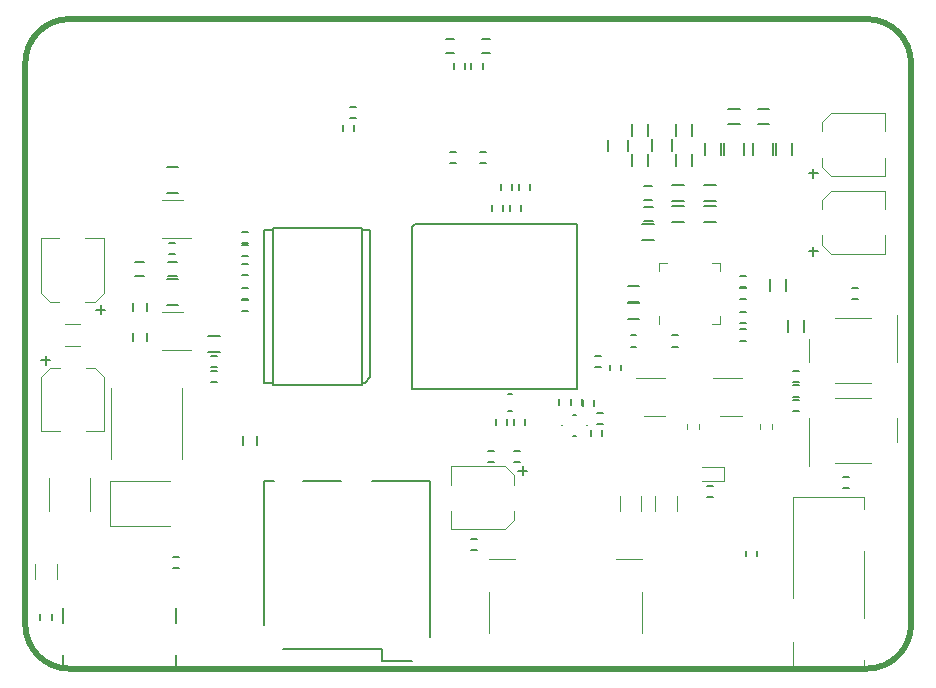
<source format=gbr>
%TF.GenerationSoftware,KiCad,Pcbnew,(5.1.10-1-10_14)*%
%TF.CreationDate,2021-07-27T15:44:47+02:00*%
%TF.ProjectId,EX-PCB-10108-001,45582d50-4342-42d3-9130-3130382d3030,A*%
%TF.SameCoordinates,Original*%
%TF.FileFunction,Legend,Top*%
%TF.FilePolarity,Positive*%
%FSLAX46Y46*%
G04 Gerber Fmt 4.6, Leading zero omitted, Abs format (unit mm)*
G04 Created by KiCad (PCBNEW (5.1.10-1-10_14)) date 2021-07-27 15:44:47*
%MOMM*%
%LPD*%
G01*
G04 APERTURE LIST*
%TA.AperFunction,Profile*%
%ADD10C,0.500000*%
%TD*%
%ADD11C,0.200000*%
%ADD12C,0.150000*%
%ADD13C,0.120000*%
%ADD14C,0.100000*%
G04 APERTURE END LIST*
D10*
X117700000Y-81500000D02*
G75*
G02*
X121450000Y-85250000I0J-3750000D01*
G01*
X46450000Y-85250000D02*
G75*
G02*
X50200000Y-81500000I3750000J0D01*
G01*
X50200000Y-136500000D02*
G75*
G02*
X46450000Y-132750000I0J3750000D01*
G01*
X121450000Y-132750000D02*
G75*
G02*
X117700000Y-136500000I-3750000J0D01*
G01*
X46450000Y-85250000D02*
X46450000Y-132750000D01*
X117700000Y-136500000D02*
X50200000Y-136500000D01*
X117700000Y-81500000D02*
X50200000Y-81500000D01*
X121450000Y-85250000D02*
X121450000Y-132750000D01*
D11*
X59240000Y-131350000D02*
X59240000Y-132600000D01*
X49660000Y-131350000D02*
X49660000Y-132600000D01*
X59240000Y-136600000D02*
X59240000Y-135320000D01*
X49660000Y-136600000D02*
X59240000Y-136600000D01*
X49660000Y-135320000D02*
X49660000Y-136600000D01*
D12*
X91875000Y-115900000D02*
X91875000Y-115900000D01*
X93050000Y-116800000D02*
X92850000Y-116800000D01*
X94025000Y-115900000D02*
X94025000Y-115900000D01*
X92850000Y-115000000D02*
X93050000Y-115000000D01*
X93675000Y-113750000D02*
X93675000Y-114250000D01*
X94625000Y-114250000D02*
X94625000Y-113750000D01*
X91675000Y-113650000D02*
X91675000Y-114150000D01*
X92625000Y-114150000D02*
X92625000Y-113650000D01*
X64800000Y-100475000D02*
X65300000Y-100475000D01*
X65300000Y-99525000D02*
X64800000Y-99525000D01*
X64800000Y-101575000D02*
X65300000Y-101575000D01*
X65300000Y-100625000D02*
X64800000Y-100625000D01*
X85600000Y-119025000D02*
X86100000Y-119025000D01*
X86100000Y-118075000D02*
X85600000Y-118075000D01*
X88300000Y-118075000D02*
X87800000Y-118075000D01*
X87800000Y-119025000D02*
X88300000Y-119025000D01*
X110875000Y-103500000D02*
X110875000Y-104500000D01*
X109525000Y-104500000D02*
X109525000Y-103500000D01*
X95200000Y-110025000D02*
X94700000Y-110025000D01*
X94700000Y-110975000D02*
X95200000Y-110975000D01*
X95975000Y-110750000D02*
X95975000Y-111250000D01*
X96925000Y-111250000D02*
X96925000Y-110750000D01*
X98200000Y-108275000D02*
X97700000Y-108275000D01*
X97700000Y-109225000D02*
X98200000Y-109225000D01*
X101200000Y-109225000D02*
X101700000Y-109225000D01*
X101700000Y-108275000D02*
X101200000Y-108275000D01*
X115700000Y-121225000D02*
X116200000Y-121225000D01*
X116200000Y-120275000D02*
X115700000Y-120275000D01*
X111950000Y-113775000D02*
X111450000Y-113775000D01*
X111450000Y-114725000D02*
X111950000Y-114725000D01*
X111450000Y-112225000D02*
X111950000Y-112225000D01*
X111950000Y-111275000D02*
X111450000Y-111275000D01*
X116950000Y-104275000D02*
X116450000Y-104275000D01*
X116450000Y-105225000D02*
X116950000Y-105225000D01*
X111950000Y-112525000D02*
X111450000Y-112525000D01*
X111450000Y-113475000D02*
X111950000Y-113475000D01*
X74325000Y-90950000D02*
X74325000Y-90450000D01*
X73375000Y-90450000D02*
X73375000Y-90950000D01*
D11*
X76640000Y-134850000D02*
X68250000Y-134850000D01*
X76640000Y-135850000D02*
X76640000Y-134850000D01*
X79160000Y-135850000D02*
X76640000Y-135850000D01*
X66700000Y-120650000D02*
X66700000Y-132810000D01*
X67490000Y-120650000D02*
X66700000Y-120650000D01*
X73170000Y-120650000D02*
X70000000Y-120650000D01*
X80700000Y-120650000D02*
X75770000Y-120650000D01*
X80700000Y-133800000D02*
X80700000Y-120650000D01*
D12*
X85450000Y-92775000D02*
X84950000Y-92775000D01*
X84950000Y-93725000D02*
X85450000Y-93725000D01*
X82450000Y-93725000D02*
X82950000Y-93725000D01*
X82950000Y-92775000D02*
X82450000Y-92775000D01*
X88225000Y-95500000D02*
X88225000Y-96000000D01*
X89175000Y-96000000D02*
X89175000Y-95500000D01*
X87475000Y-97250000D02*
X87475000Y-97750000D01*
X88425000Y-97750000D02*
X88425000Y-97250000D01*
X86725000Y-95500000D02*
X86725000Y-96000000D01*
X87675000Y-96000000D02*
X87675000Y-95500000D01*
X85975000Y-97250000D02*
X85975000Y-97750000D01*
X86925000Y-97750000D02*
X86925000Y-97250000D01*
X97450000Y-104075000D02*
X98450000Y-104075000D01*
X98450000Y-105425000D02*
X97450000Y-105425000D01*
X97450000Y-105575000D02*
X98450000Y-105575000D01*
X98450000Y-106925000D02*
X97450000Y-106925000D01*
X74450000Y-88925000D02*
X73950000Y-88925000D01*
X73950000Y-89875000D02*
X74450000Y-89875000D01*
X106950000Y-105225000D02*
X107450000Y-105225000D01*
X107450000Y-104275000D02*
X106950000Y-104275000D01*
X106950000Y-104225000D02*
X107450000Y-104225000D01*
X107450000Y-103275000D02*
X106950000Y-103275000D01*
X107450000Y-107775000D02*
X106950000Y-107775000D01*
X106950000Y-108725000D02*
X107450000Y-108725000D01*
X107450000Y-106275000D02*
X106950000Y-106275000D01*
X106950000Y-107225000D02*
X107450000Y-107225000D01*
D13*
X100090000Y-106635000D02*
X100090000Y-107360000D01*
X105310000Y-102140000D02*
X104585000Y-102140000D01*
X105310000Y-102865000D02*
X105310000Y-102140000D01*
X105310000Y-107360000D02*
X104585000Y-107360000D01*
X105310000Y-106635000D02*
X105310000Y-107360000D01*
X100090000Y-102140000D02*
X100815000Y-102140000D01*
X100090000Y-102865000D02*
X100090000Y-102140000D01*
X98800000Y-115110000D02*
X100600000Y-115110000D01*
X100600000Y-111890000D02*
X98150000Y-111890000D01*
X105300000Y-115110000D02*
X107100000Y-115110000D01*
X107100000Y-111890000D02*
X104650000Y-111890000D01*
D12*
X84225000Y-85250000D02*
X84225000Y-85750000D01*
X85175000Y-85750000D02*
X85175000Y-85250000D01*
X83675000Y-85750000D02*
X83675000Y-85250000D01*
X82725000Y-85250000D02*
X82725000Y-85750000D01*
X99700000Y-100175000D02*
X98700000Y-100175000D01*
X98700000Y-98825000D02*
X99700000Y-98825000D01*
X104950000Y-96925000D02*
X103950000Y-96925000D01*
X103950000Y-95575000D02*
X104950000Y-95575000D01*
X101200000Y-95575000D02*
X102200000Y-95575000D01*
X102200000Y-96925000D02*
X101200000Y-96925000D01*
X101200000Y-97325000D02*
X102200000Y-97325000D01*
X102200000Y-98675000D02*
X101200000Y-98675000D01*
X103950000Y-97325000D02*
X104950000Y-97325000D01*
X104950000Y-98675000D02*
X103950000Y-98675000D01*
X112375000Y-107000000D02*
X112375000Y-108000000D01*
X111025000Y-108000000D02*
X111025000Y-107000000D01*
X106950000Y-90425000D02*
X105950000Y-90425000D01*
X105950000Y-89075000D02*
X106950000Y-89075000D01*
X109450000Y-90425000D02*
X108450000Y-90425000D01*
X108450000Y-89075000D02*
X109450000Y-89075000D01*
X110025000Y-93000000D02*
X110025000Y-92000000D01*
X111375000Y-92000000D02*
X111375000Y-93000000D01*
X104025000Y-93000000D02*
X104025000Y-92000000D01*
X105375000Y-92000000D02*
X105375000Y-93000000D01*
X97825000Y-93900000D02*
X97825000Y-92900000D01*
X99175000Y-92900000D02*
X99175000Y-93900000D01*
X97825000Y-91400000D02*
X97825000Y-90400000D01*
X99175000Y-90400000D02*
X99175000Y-91400000D01*
X101525000Y-93900000D02*
X101525000Y-92900000D01*
X102875000Y-92900000D02*
X102875000Y-93900000D01*
X101525000Y-91400000D02*
X101525000Y-90400000D01*
X102875000Y-90400000D02*
X102875000Y-91400000D01*
X104700000Y-121025000D02*
X104200000Y-121025000D01*
X104200000Y-121975000D02*
X104700000Y-121975000D01*
X62950000Y-109675000D02*
X61950000Y-109675000D01*
X61950000Y-108325000D02*
X62950000Y-108325000D01*
D13*
X102440000Y-115780000D02*
X102440000Y-116220000D01*
X103460000Y-115780000D02*
X103460000Y-116220000D01*
X108690000Y-115780000D02*
X108690000Y-116220000D01*
X109710000Y-115780000D02*
X109710000Y-116220000D01*
D14*
X96790000Y-121850000D02*
X96790000Y-123150000D01*
X98610000Y-121850000D02*
X98610000Y-123150000D01*
D13*
X103750000Y-119400000D02*
X105600000Y-119400000D01*
X103750000Y-120600000D02*
X105600000Y-120600000D01*
X105600000Y-120600000D02*
X105600000Y-119400000D01*
D12*
X82075000Y-83150000D02*
X82775000Y-83150000D01*
X82775000Y-84350000D02*
X82075000Y-84350000D01*
X85825000Y-84350000D02*
X85125000Y-84350000D01*
X85125000Y-83150000D02*
X85825000Y-83150000D01*
X108425000Y-127000000D02*
X108425000Y-126500000D01*
X107475000Y-126500000D02*
X107475000Y-127000000D01*
X59450000Y-127025000D02*
X58950000Y-127025000D01*
X58950000Y-127975000D02*
X59450000Y-127975000D01*
X98825000Y-95650000D02*
X99525000Y-95650000D01*
X99525000Y-96850000D02*
X98825000Y-96850000D01*
X99575000Y-98600000D02*
X98875000Y-98600000D01*
X98875000Y-97400000D02*
X99575000Y-97400000D01*
X105600000Y-92000000D02*
X105600000Y-93000000D01*
X107300000Y-93000000D02*
X107300000Y-92000000D01*
X108100000Y-92000000D02*
X108100000Y-93000000D01*
X109800000Y-93000000D02*
X109800000Y-92000000D01*
X97500000Y-92700000D02*
X97500000Y-91700000D01*
X95800000Y-91700000D02*
X95800000Y-92700000D01*
X101200000Y-92650000D02*
X101200000Y-91650000D01*
X99500000Y-91650000D02*
X99500000Y-92650000D01*
X84200000Y-126475000D02*
X84700000Y-126475000D01*
X84700000Y-125525000D02*
X84200000Y-125525000D01*
D13*
X87110000Y-119360000D02*
X82530000Y-119360000D01*
X87870000Y-120120000D02*
X87110000Y-119360000D01*
X87110000Y-124690000D02*
X87870000Y-123930000D01*
X82530000Y-124690000D02*
X87110000Y-124690000D01*
X87870000Y-123930000D02*
X87870000Y-123140000D01*
X87870000Y-120120000D02*
X87870000Y-120910000D01*
X82530000Y-119360000D02*
X82530000Y-120910000D01*
X82530000Y-124690000D02*
X82530000Y-123140000D01*
D14*
X117450000Y-122000000D02*
X117450000Y-123000000D01*
X111450000Y-122000000D02*
X117450000Y-122000000D01*
X111450000Y-130500000D02*
X111450000Y-122000000D01*
X111450000Y-136500000D02*
X117450000Y-136500000D01*
X111450000Y-136500000D02*
X111450000Y-134250000D01*
X117450000Y-126500000D02*
X117450000Y-132250000D01*
X117450000Y-135750000D02*
X117450000Y-136500000D01*
X98700000Y-133500000D02*
X98700000Y-130000000D01*
X98700000Y-127250000D02*
X96450000Y-127250000D01*
X87950000Y-127250000D02*
X85700000Y-127250000D01*
X85700000Y-130000000D02*
X85700000Y-133500000D01*
D12*
X79180000Y-99130000D02*
X79480000Y-98830000D01*
X79180000Y-112830000D02*
X93180000Y-112830000D01*
X79180000Y-99130000D02*
X79180000Y-112830000D01*
X93180000Y-98830000D02*
X79480000Y-98830000D01*
X93180000Y-112830000D02*
X93180000Y-98830000D01*
D14*
X118050000Y-113550000D02*
X115050000Y-113550000D01*
X120300000Y-115300000D02*
X120300000Y-117300000D01*
X112800000Y-115300000D02*
X112800000Y-119300000D01*
X118050000Y-119050000D02*
X115050000Y-119050000D01*
X115050000Y-112300000D02*
X118050000Y-112300000D01*
X112800000Y-110550000D02*
X112800000Y-108550000D01*
X120300000Y-110550000D02*
X120300000Y-106550000D01*
X115050000Y-106800000D02*
X118050000Y-106800000D01*
D12*
X47725000Y-131875000D02*
X47725000Y-132375000D01*
X48675000Y-132375000D02*
X48675000Y-131875000D01*
D13*
X59700000Y-118750000D02*
X59700000Y-112750000D01*
X53700000Y-118750000D02*
X53700000Y-112750000D01*
D14*
X101610000Y-123150000D02*
X101610000Y-121850000D01*
X99790000Y-123150000D02*
X99790000Y-121850000D01*
X49800000Y-109160000D02*
X51100000Y-109160000D01*
X49800000Y-107340000D02*
X51100000Y-107340000D01*
D13*
X48490000Y-120363748D02*
X48490000Y-123136252D01*
X51910000Y-120363748D02*
X51910000Y-123136252D01*
D14*
X53650000Y-120600000D02*
X58700000Y-120600000D01*
X53650000Y-124400000D02*
X58700000Y-124400000D01*
X53650000Y-124400000D02*
X53650000Y-120600000D01*
D13*
X47290000Y-128900000D02*
X47290000Y-127600000D01*
X49110000Y-128900000D02*
X49110000Y-127600000D01*
X114640000Y-101370000D02*
X119220000Y-101370000D01*
X113880000Y-100610000D02*
X114640000Y-101370000D01*
X114640000Y-96040000D02*
X113880000Y-96800000D01*
X119220000Y-96040000D02*
X114640000Y-96040000D01*
X113880000Y-96800000D02*
X113880000Y-97590000D01*
X113880000Y-100610000D02*
X113880000Y-99820000D01*
X119220000Y-101370000D02*
X119220000Y-99820000D01*
X119220000Y-96040000D02*
X119220000Y-97590000D01*
X114640000Y-94790000D02*
X119220000Y-94790000D01*
X113880000Y-94030000D02*
X114640000Y-94790000D01*
X114640000Y-89460000D02*
X113880000Y-90220000D01*
X119220000Y-89460000D02*
X114640000Y-89460000D01*
X113880000Y-90220000D02*
X113880000Y-91010000D01*
X113880000Y-94030000D02*
X113880000Y-93240000D01*
X119220000Y-94790000D02*
X119220000Y-93240000D01*
X119220000Y-89460000D02*
X119220000Y-91010000D01*
X47810000Y-111840000D02*
X47810000Y-116420000D01*
X48570000Y-111080000D02*
X47810000Y-111840000D01*
X53140000Y-111840000D02*
X52380000Y-111080000D01*
X53140000Y-116420000D02*
X53140000Y-111840000D01*
X52380000Y-111080000D02*
X51590000Y-111080000D01*
X48570000Y-111080000D02*
X49360000Y-111080000D01*
X47810000Y-116420000D02*
X49360000Y-116420000D01*
X53140000Y-116420000D02*
X51590000Y-116420000D01*
X53090000Y-104660000D02*
X53090000Y-100080000D01*
X52330000Y-105420000D02*
X53090000Y-104660000D01*
X47760000Y-104660000D02*
X48520000Y-105420000D01*
X47760000Y-100080000D02*
X47760000Y-104660000D01*
X48520000Y-105420000D02*
X49310000Y-105420000D01*
X52330000Y-105420000D02*
X51540000Y-105420000D01*
X53090000Y-100080000D02*
X51540000Y-100080000D01*
X47760000Y-100080000D02*
X49310000Y-100080000D01*
X58000000Y-100010000D02*
X60450000Y-100010000D01*
X59800000Y-96790000D02*
X58000000Y-96790000D01*
D12*
X58650000Y-101375000D02*
X59150000Y-101375000D01*
X59150000Y-100425000D02*
X58650000Y-100425000D01*
X55550000Y-106225000D02*
X55550000Y-105525000D01*
X56750000Y-105525000D02*
X56750000Y-106225000D01*
X64850000Y-117525000D02*
X64850000Y-116825000D01*
X66050000Y-116825000D02*
X66050000Y-117525000D01*
D13*
X58000000Y-109510000D02*
X60450000Y-109510000D01*
X59800000Y-106290000D02*
X58000000Y-106290000D01*
D12*
X62200000Y-110975000D02*
X62700000Y-110975000D01*
X62700000Y-110025000D02*
X62200000Y-110025000D01*
X62200000Y-112225000D02*
X62700000Y-112225000D01*
X62700000Y-111275000D02*
X62200000Y-111275000D01*
X56750000Y-108075000D02*
X56750000Y-108775000D01*
X55550000Y-108775000D02*
X55550000Y-108075000D01*
X59375000Y-105750000D02*
X58425000Y-105750000D01*
X59375000Y-103550000D02*
X58425000Y-103550000D01*
X92625000Y-113700000D02*
X92625000Y-114200000D01*
X93575000Y-114200000D02*
X93575000Y-113700000D01*
X95375000Y-114850000D02*
X94875000Y-114850000D01*
X94875000Y-115800000D02*
X95375000Y-115800000D01*
X94350000Y-116275000D02*
X94350000Y-116775000D01*
X95300000Y-116775000D02*
X95300000Y-116275000D01*
X65300000Y-102225000D02*
X64800000Y-102225000D01*
X64800000Y-103175000D02*
X65300000Y-103175000D01*
X64800000Y-105225000D02*
X65300000Y-105225000D01*
X65300000Y-104275000D02*
X64800000Y-104275000D01*
X64800000Y-106225000D02*
X65300000Y-106225000D01*
X65300000Y-105275000D02*
X64800000Y-105275000D01*
X87300000Y-113250000D02*
X87700000Y-113250000D01*
X87700000Y-114650000D02*
X87300000Y-114650000D01*
X75680000Y-99330000D02*
X74930000Y-99330000D01*
X66680000Y-112330000D02*
X67430000Y-112330000D01*
X74930000Y-112480000D02*
X67430000Y-112480000D01*
X74930000Y-99180000D02*
X74930000Y-112480000D01*
X67430000Y-99180000D02*
X74930000Y-99180000D01*
X67430000Y-112480000D02*
X67430000Y-99180000D01*
X75680000Y-111830000D02*
X75180000Y-112330000D01*
X67430000Y-99330000D02*
X66680000Y-99330000D01*
X75680000Y-111830000D02*
X75680000Y-99330000D01*
X74930000Y-112330000D02*
X75180000Y-112330000D01*
X66680000Y-99330000D02*
X66680000Y-112330000D01*
X59375000Y-96250000D02*
X58425000Y-96250000D01*
X59375000Y-94050000D02*
X58425000Y-94050000D01*
X58575000Y-102050000D02*
X59275000Y-102050000D01*
X59275000Y-103250000D02*
X58575000Y-103250000D01*
X87825000Y-115400000D02*
X87825000Y-115900000D01*
X88775000Y-115900000D02*
X88775000Y-115400000D01*
X86275000Y-115400000D02*
X86275000Y-115900000D01*
X87225000Y-115900000D02*
X87225000Y-115400000D01*
X56475000Y-103250000D02*
X55775000Y-103250000D01*
X55775000Y-102050000D02*
X56475000Y-102050000D01*
X88199047Y-119731428D02*
X88960952Y-119731428D01*
X88580000Y-120112380D02*
X88580000Y-119350476D01*
X88199047Y-119731428D02*
X88960952Y-119731428D01*
X88580000Y-120112380D02*
X88580000Y-119350476D01*
X112789047Y-101141428D02*
X113550952Y-101141428D01*
X113170000Y-101522380D02*
X113170000Y-100760476D01*
X112789047Y-101141428D02*
X113550952Y-101141428D01*
X113170000Y-101522380D02*
X113170000Y-100760476D01*
X112789047Y-94561428D02*
X113550952Y-94561428D01*
X113170000Y-94942380D02*
X113170000Y-94180476D01*
X112789047Y-94561428D02*
X113550952Y-94561428D01*
X113170000Y-94942380D02*
X113170000Y-94180476D01*
X48181428Y-110750952D02*
X48181428Y-109989047D01*
X48562380Y-110370000D02*
X47800476Y-110370000D01*
X48181428Y-110750952D02*
X48181428Y-109989047D01*
X48562380Y-110370000D02*
X47800476Y-110370000D01*
X52861428Y-106510952D02*
X52861428Y-105749047D01*
X53242380Y-106130000D02*
X52480476Y-106130000D01*
X52861428Y-106510952D02*
X52861428Y-105749047D01*
X53242380Y-106130000D02*
X52480476Y-106130000D01*
M02*

</source>
